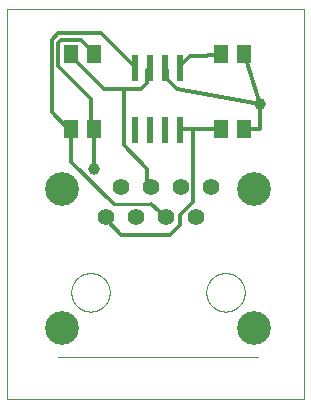
<source format=gtl>
G75*
%MOIN*%
%OFA0B0*%
%FSLAX25Y25*%
%IPPOS*%
%LPD*%
%AMOC8*
5,1,8,0,0,1.08239X$1,22.5*
%
%ADD10C,0.00000*%
%ADD11C,0.00039*%
%ADD12C,0.05543*%
%ADD13C,0.11220*%
%ADD14R,0.02400X0.08700*%
%ADD15R,0.05118X0.05906*%
%ADD16C,0.01200*%
%ADD17C,0.03962*%
%ADD18C,0.01000*%
D10*
X0006800Y0006800D02*
X0006800Y0136761D01*
X0105501Y0136761D01*
X0105501Y0006800D01*
X0006800Y0006800D01*
X0028097Y0042430D02*
X0028099Y0042590D01*
X0028105Y0042749D01*
X0028115Y0042908D01*
X0028129Y0043067D01*
X0028147Y0043226D01*
X0028168Y0043384D01*
X0028194Y0043541D01*
X0028224Y0043698D01*
X0028257Y0043854D01*
X0028295Y0044009D01*
X0028336Y0044163D01*
X0028381Y0044316D01*
X0028430Y0044468D01*
X0028483Y0044619D01*
X0028539Y0044768D01*
X0028600Y0044916D01*
X0028663Y0045062D01*
X0028731Y0045207D01*
X0028802Y0045350D01*
X0028876Y0045491D01*
X0028954Y0045630D01*
X0029036Y0045767D01*
X0029121Y0045902D01*
X0029209Y0046035D01*
X0029301Y0046166D01*
X0029395Y0046294D01*
X0029493Y0046420D01*
X0029594Y0046544D01*
X0029698Y0046665D01*
X0029805Y0046783D01*
X0029915Y0046899D01*
X0030028Y0047012D01*
X0030144Y0047122D01*
X0030262Y0047229D01*
X0030383Y0047333D01*
X0030507Y0047434D01*
X0030633Y0047532D01*
X0030761Y0047626D01*
X0030892Y0047718D01*
X0031025Y0047806D01*
X0031160Y0047891D01*
X0031297Y0047973D01*
X0031436Y0048051D01*
X0031577Y0048125D01*
X0031720Y0048196D01*
X0031865Y0048264D01*
X0032011Y0048327D01*
X0032159Y0048388D01*
X0032308Y0048444D01*
X0032459Y0048497D01*
X0032611Y0048546D01*
X0032764Y0048591D01*
X0032918Y0048632D01*
X0033073Y0048670D01*
X0033229Y0048703D01*
X0033386Y0048733D01*
X0033543Y0048759D01*
X0033701Y0048780D01*
X0033860Y0048798D01*
X0034019Y0048812D01*
X0034178Y0048822D01*
X0034337Y0048828D01*
X0034497Y0048830D01*
X0034657Y0048828D01*
X0034816Y0048822D01*
X0034975Y0048812D01*
X0035134Y0048798D01*
X0035293Y0048780D01*
X0035451Y0048759D01*
X0035608Y0048733D01*
X0035765Y0048703D01*
X0035921Y0048670D01*
X0036076Y0048632D01*
X0036230Y0048591D01*
X0036383Y0048546D01*
X0036535Y0048497D01*
X0036686Y0048444D01*
X0036835Y0048388D01*
X0036983Y0048327D01*
X0037129Y0048264D01*
X0037274Y0048196D01*
X0037417Y0048125D01*
X0037558Y0048051D01*
X0037697Y0047973D01*
X0037834Y0047891D01*
X0037969Y0047806D01*
X0038102Y0047718D01*
X0038233Y0047626D01*
X0038361Y0047532D01*
X0038487Y0047434D01*
X0038611Y0047333D01*
X0038732Y0047229D01*
X0038850Y0047122D01*
X0038966Y0047012D01*
X0039079Y0046899D01*
X0039189Y0046783D01*
X0039296Y0046665D01*
X0039400Y0046544D01*
X0039501Y0046420D01*
X0039599Y0046294D01*
X0039693Y0046166D01*
X0039785Y0046035D01*
X0039873Y0045902D01*
X0039958Y0045767D01*
X0040040Y0045630D01*
X0040118Y0045491D01*
X0040192Y0045350D01*
X0040263Y0045207D01*
X0040331Y0045062D01*
X0040394Y0044916D01*
X0040455Y0044768D01*
X0040511Y0044619D01*
X0040564Y0044468D01*
X0040613Y0044316D01*
X0040658Y0044163D01*
X0040699Y0044009D01*
X0040737Y0043854D01*
X0040770Y0043698D01*
X0040800Y0043541D01*
X0040826Y0043384D01*
X0040847Y0043226D01*
X0040865Y0043067D01*
X0040879Y0042908D01*
X0040889Y0042749D01*
X0040895Y0042590D01*
X0040897Y0042430D01*
X0040895Y0042270D01*
X0040889Y0042111D01*
X0040879Y0041952D01*
X0040865Y0041793D01*
X0040847Y0041634D01*
X0040826Y0041476D01*
X0040800Y0041319D01*
X0040770Y0041162D01*
X0040737Y0041006D01*
X0040699Y0040851D01*
X0040658Y0040697D01*
X0040613Y0040544D01*
X0040564Y0040392D01*
X0040511Y0040241D01*
X0040455Y0040092D01*
X0040394Y0039944D01*
X0040331Y0039798D01*
X0040263Y0039653D01*
X0040192Y0039510D01*
X0040118Y0039369D01*
X0040040Y0039230D01*
X0039958Y0039093D01*
X0039873Y0038958D01*
X0039785Y0038825D01*
X0039693Y0038694D01*
X0039599Y0038566D01*
X0039501Y0038440D01*
X0039400Y0038316D01*
X0039296Y0038195D01*
X0039189Y0038077D01*
X0039079Y0037961D01*
X0038966Y0037848D01*
X0038850Y0037738D01*
X0038732Y0037631D01*
X0038611Y0037527D01*
X0038487Y0037426D01*
X0038361Y0037328D01*
X0038233Y0037234D01*
X0038102Y0037142D01*
X0037969Y0037054D01*
X0037834Y0036969D01*
X0037697Y0036887D01*
X0037558Y0036809D01*
X0037417Y0036735D01*
X0037274Y0036664D01*
X0037129Y0036596D01*
X0036983Y0036533D01*
X0036835Y0036472D01*
X0036686Y0036416D01*
X0036535Y0036363D01*
X0036383Y0036314D01*
X0036230Y0036269D01*
X0036076Y0036228D01*
X0035921Y0036190D01*
X0035765Y0036157D01*
X0035608Y0036127D01*
X0035451Y0036101D01*
X0035293Y0036080D01*
X0035134Y0036062D01*
X0034975Y0036048D01*
X0034816Y0036038D01*
X0034657Y0036032D01*
X0034497Y0036030D01*
X0034337Y0036032D01*
X0034178Y0036038D01*
X0034019Y0036048D01*
X0033860Y0036062D01*
X0033701Y0036080D01*
X0033543Y0036101D01*
X0033386Y0036127D01*
X0033229Y0036157D01*
X0033073Y0036190D01*
X0032918Y0036228D01*
X0032764Y0036269D01*
X0032611Y0036314D01*
X0032459Y0036363D01*
X0032308Y0036416D01*
X0032159Y0036472D01*
X0032011Y0036533D01*
X0031865Y0036596D01*
X0031720Y0036664D01*
X0031577Y0036735D01*
X0031436Y0036809D01*
X0031297Y0036887D01*
X0031160Y0036969D01*
X0031025Y0037054D01*
X0030892Y0037142D01*
X0030761Y0037234D01*
X0030633Y0037328D01*
X0030507Y0037426D01*
X0030383Y0037527D01*
X0030262Y0037631D01*
X0030144Y0037738D01*
X0030028Y0037848D01*
X0029915Y0037961D01*
X0029805Y0038077D01*
X0029698Y0038195D01*
X0029594Y0038316D01*
X0029493Y0038440D01*
X0029395Y0038566D01*
X0029301Y0038694D01*
X0029209Y0038825D01*
X0029121Y0038958D01*
X0029036Y0039093D01*
X0028954Y0039230D01*
X0028876Y0039369D01*
X0028802Y0039510D01*
X0028731Y0039653D01*
X0028663Y0039798D01*
X0028600Y0039944D01*
X0028539Y0040092D01*
X0028483Y0040241D01*
X0028430Y0040392D01*
X0028381Y0040544D01*
X0028336Y0040697D01*
X0028295Y0040851D01*
X0028257Y0041006D01*
X0028224Y0041162D01*
X0028194Y0041319D01*
X0028168Y0041476D01*
X0028147Y0041634D01*
X0028129Y0041793D01*
X0028115Y0041952D01*
X0028105Y0042111D01*
X0028099Y0042270D01*
X0028097Y0042430D01*
X0073097Y0042430D02*
X0073099Y0042590D01*
X0073105Y0042749D01*
X0073115Y0042908D01*
X0073129Y0043067D01*
X0073147Y0043226D01*
X0073168Y0043384D01*
X0073194Y0043541D01*
X0073224Y0043698D01*
X0073257Y0043854D01*
X0073295Y0044009D01*
X0073336Y0044163D01*
X0073381Y0044316D01*
X0073430Y0044468D01*
X0073483Y0044619D01*
X0073539Y0044768D01*
X0073600Y0044916D01*
X0073663Y0045062D01*
X0073731Y0045207D01*
X0073802Y0045350D01*
X0073876Y0045491D01*
X0073954Y0045630D01*
X0074036Y0045767D01*
X0074121Y0045902D01*
X0074209Y0046035D01*
X0074301Y0046166D01*
X0074395Y0046294D01*
X0074493Y0046420D01*
X0074594Y0046544D01*
X0074698Y0046665D01*
X0074805Y0046783D01*
X0074915Y0046899D01*
X0075028Y0047012D01*
X0075144Y0047122D01*
X0075262Y0047229D01*
X0075383Y0047333D01*
X0075507Y0047434D01*
X0075633Y0047532D01*
X0075761Y0047626D01*
X0075892Y0047718D01*
X0076025Y0047806D01*
X0076160Y0047891D01*
X0076297Y0047973D01*
X0076436Y0048051D01*
X0076577Y0048125D01*
X0076720Y0048196D01*
X0076865Y0048264D01*
X0077011Y0048327D01*
X0077159Y0048388D01*
X0077308Y0048444D01*
X0077459Y0048497D01*
X0077611Y0048546D01*
X0077764Y0048591D01*
X0077918Y0048632D01*
X0078073Y0048670D01*
X0078229Y0048703D01*
X0078386Y0048733D01*
X0078543Y0048759D01*
X0078701Y0048780D01*
X0078860Y0048798D01*
X0079019Y0048812D01*
X0079178Y0048822D01*
X0079337Y0048828D01*
X0079497Y0048830D01*
X0079657Y0048828D01*
X0079816Y0048822D01*
X0079975Y0048812D01*
X0080134Y0048798D01*
X0080293Y0048780D01*
X0080451Y0048759D01*
X0080608Y0048733D01*
X0080765Y0048703D01*
X0080921Y0048670D01*
X0081076Y0048632D01*
X0081230Y0048591D01*
X0081383Y0048546D01*
X0081535Y0048497D01*
X0081686Y0048444D01*
X0081835Y0048388D01*
X0081983Y0048327D01*
X0082129Y0048264D01*
X0082274Y0048196D01*
X0082417Y0048125D01*
X0082558Y0048051D01*
X0082697Y0047973D01*
X0082834Y0047891D01*
X0082969Y0047806D01*
X0083102Y0047718D01*
X0083233Y0047626D01*
X0083361Y0047532D01*
X0083487Y0047434D01*
X0083611Y0047333D01*
X0083732Y0047229D01*
X0083850Y0047122D01*
X0083966Y0047012D01*
X0084079Y0046899D01*
X0084189Y0046783D01*
X0084296Y0046665D01*
X0084400Y0046544D01*
X0084501Y0046420D01*
X0084599Y0046294D01*
X0084693Y0046166D01*
X0084785Y0046035D01*
X0084873Y0045902D01*
X0084958Y0045767D01*
X0085040Y0045630D01*
X0085118Y0045491D01*
X0085192Y0045350D01*
X0085263Y0045207D01*
X0085331Y0045062D01*
X0085394Y0044916D01*
X0085455Y0044768D01*
X0085511Y0044619D01*
X0085564Y0044468D01*
X0085613Y0044316D01*
X0085658Y0044163D01*
X0085699Y0044009D01*
X0085737Y0043854D01*
X0085770Y0043698D01*
X0085800Y0043541D01*
X0085826Y0043384D01*
X0085847Y0043226D01*
X0085865Y0043067D01*
X0085879Y0042908D01*
X0085889Y0042749D01*
X0085895Y0042590D01*
X0085897Y0042430D01*
X0085895Y0042270D01*
X0085889Y0042111D01*
X0085879Y0041952D01*
X0085865Y0041793D01*
X0085847Y0041634D01*
X0085826Y0041476D01*
X0085800Y0041319D01*
X0085770Y0041162D01*
X0085737Y0041006D01*
X0085699Y0040851D01*
X0085658Y0040697D01*
X0085613Y0040544D01*
X0085564Y0040392D01*
X0085511Y0040241D01*
X0085455Y0040092D01*
X0085394Y0039944D01*
X0085331Y0039798D01*
X0085263Y0039653D01*
X0085192Y0039510D01*
X0085118Y0039369D01*
X0085040Y0039230D01*
X0084958Y0039093D01*
X0084873Y0038958D01*
X0084785Y0038825D01*
X0084693Y0038694D01*
X0084599Y0038566D01*
X0084501Y0038440D01*
X0084400Y0038316D01*
X0084296Y0038195D01*
X0084189Y0038077D01*
X0084079Y0037961D01*
X0083966Y0037848D01*
X0083850Y0037738D01*
X0083732Y0037631D01*
X0083611Y0037527D01*
X0083487Y0037426D01*
X0083361Y0037328D01*
X0083233Y0037234D01*
X0083102Y0037142D01*
X0082969Y0037054D01*
X0082834Y0036969D01*
X0082697Y0036887D01*
X0082558Y0036809D01*
X0082417Y0036735D01*
X0082274Y0036664D01*
X0082129Y0036596D01*
X0081983Y0036533D01*
X0081835Y0036472D01*
X0081686Y0036416D01*
X0081535Y0036363D01*
X0081383Y0036314D01*
X0081230Y0036269D01*
X0081076Y0036228D01*
X0080921Y0036190D01*
X0080765Y0036157D01*
X0080608Y0036127D01*
X0080451Y0036101D01*
X0080293Y0036080D01*
X0080134Y0036062D01*
X0079975Y0036048D01*
X0079816Y0036038D01*
X0079657Y0036032D01*
X0079497Y0036030D01*
X0079337Y0036032D01*
X0079178Y0036038D01*
X0079019Y0036048D01*
X0078860Y0036062D01*
X0078701Y0036080D01*
X0078543Y0036101D01*
X0078386Y0036127D01*
X0078229Y0036157D01*
X0078073Y0036190D01*
X0077918Y0036228D01*
X0077764Y0036269D01*
X0077611Y0036314D01*
X0077459Y0036363D01*
X0077308Y0036416D01*
X0077159Y0036472D01*
X0077011Y0036533D01*
X0076865Y0036596D01*
X0076720Y0036664D01*
X0076577Y0036735D01*
X0076436Y0036809D01*
X0076297Y0036887D01*
X0076160Y0036969D01*
X0076025Y0037054D01*
X0075892Y0037142D01*
X0075761Y0037234D01*
X0075633Y0037328D01*
X0075507Y0037426D01*
X0075383Y0037527D01*
X0075262Y0037631D01*
X0075144Y0037738D01*
X0075028Y0037848D01*
X0074915Y0037961D01*
X0074805Y0038077D01*
X0074698Y0038195D01*
X0074594Y0038316D01*
X0074493Y0038440D01*
X0074395Y0038566D01*
X0074301Y0038694D01*
X0074209Y0038825D01*
X0074121Y0038958D01*
X0074036Y0039093D01*
X0073954Y0039230D01*
X0073876Y0039369D01*
X0073802Y0039510D01*
X0073731Y0039653D01*
X0073663Y0039798D01*
X0073600Y0039944D01*
X0073539Y0040092D01*
X0073483Y0040241D01*
X0073430Y0040392D01*
X0073381Y0040544D01*
X0073336Y0040697D01*
X0073295Y0040851D01*
X0073257Y0041006D01*
X0073224Y0041162D01*
X0073194Y0041319D01*
X0073168Y0041476D01*
X0073147Y0041634D01*
X0073129Y0041793D01*
X0073115Y0041952D01*
X0073105Y0042111D01*
X0073099Y0042270D01*
X0073097Y0042430D01*
D11*
X0090247Y0020730D02*
X0023747Y0020730D01*
D12*
X0039497Y0067430D03*
X0044497Y0077430D03*
X0049497Y0067430D03*
X0054497Y0077430D03*
X0059497Y0067430D03*
X0064497Y0077430D03*
X0069497Y0067430D03*
X0074497Y0077430D03*
D13*
X0088997Y0076918D03*
X0088997Y0030430D03*
X0024997Y0030430D03*
X0024997Y0076918D03*
D14*
X0049300Y0096500D03*
X0054300Y0096500D03*
X0059300Y0096500D03*
X0064300Y0096500D03*
X0064300Y0117100D03*
X0059300Y0117100D03*
X0054300Y0117100D03*
X0049300Y0117100D03*
D15*
X0035540Y0121800D03*
X0028060Y0121800D03*
X0028060Y0096800D03*
X0035540Y0096800D03*
X0078060Y0096800D03*
X0085540Y0096800D03*
X0085540Y0121800D03*
X0078060Y0121800D03*
D16*
X0072100Y0121100D01*
X0067700Y0121100D01*
X0064400Y0117800D01*
X0064300Y0117100D01*
X0060000Y0116700D02*
X0060000Y0113400D01*
X0063300Y0110100D01*
X0090900Y0105100D01*
X0090900Y0096900D01*
X0085540Y0096800D01*
X0090900Y0105100D02*
X0085900Y0121100D01*
X0085540Y0121800D01*
X0078060Y0096800D02*
X0072100Y0096900D01*
X0068800Y0096900D01*
X0068800Y0072700D01*
X0064400Y0068300D01*
X0064400Y0065000D01*
X0061100Y0061700D01*
X0044600Y0061700D01*
X0040200Y0066100D01*
X0039497Y0067430D01*
X0042400Y0071761D02*
X0028100Y0085900D01*
X0028100Y0095800D01*
X0028060Y0096800D01*
X0027000Y0096900D01*
X0021500Y0102400D01*
X0021500Y0126600D01*
X0023700Y0128800D01*
X0038000Y0128800D01*
X0049000Y0117800D01*
X0049300Y0117100D01*
X0053400Y0116700D02*
X0053400Y0112300D01*
X0051200Y0110100D01*
X0045700Y0110100D01*
X0045700Y0091400D01*
X0053400Y0083700D01*
X0053400Y0077100D01*
X0054497Y0077430D01*
X0054500Y0071761D02*
X0059497Y0067430D01*
X0064300Y0096500D02*
X0064400Y0096900D01*
X0068800Y0096900D01*
X0060000Y0116700D02*
X0059300Y0117100D01*
X0054300Y0117100D02*
X0053400Y0116700D01*
X0045700Y0110100D02*
X0039100Y0110100D01*
X0028100Y0121100D01*
X0028060Y0121800D01*
X0023700Y0125500D02*
X0024800Y0126600D01*
X0031400Y0126600D01*
X0035800Y0122200D01*
X0035540Y0121800D01*
X0023700Y0117800D02*
X0034700Y0106800D01*
X0034700Y0096900D01*
X0035540Y0096800D01*
X0035800Y0095800D01*
X0035800Y0083700D01*
X0023700Y0117800D02*
X0023700Y0125500D01*
D17*
X0035800Y0083700D03*
X0090900Y0105100D03*
D18*
X0054500Y0071761D02*
X0042400Y0071761D01*
M02*

</source>
